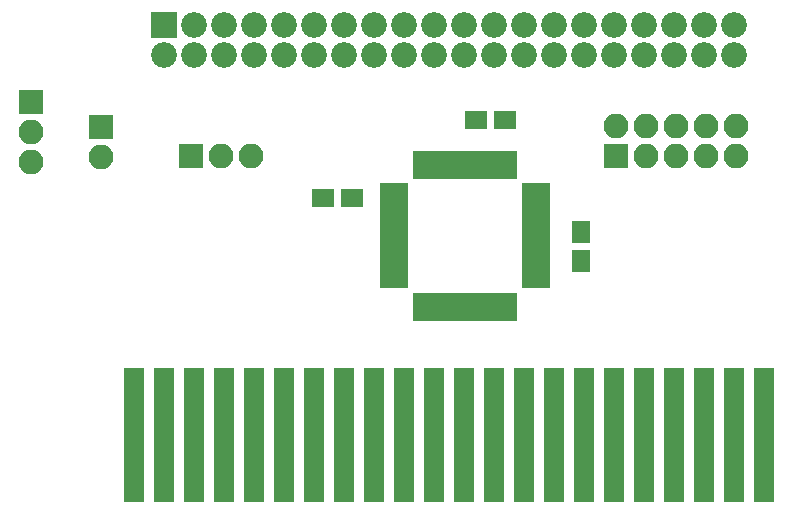
<source format=gts>
G04 #@! TF.FileFunction,Soldermask,Top*
%FSLAX46Y46*%
G04 Gerber Fmt 4.6, Leading zero omitted, Abs format (unit mm)*
G04 Created by KiCad (PCBNEW 4.0.6) date Friday, April 21, 2017 'PMt' 03:46:42 PM*
%MOMM*%
%LPD*%
G01*
G04 APERTURE LIST*
%ADD10C,0.100000*%
%ADD11R,1.900000X1.650000*%
%ADD12R,1.650000X1.900000*%
%ADD13R,2.100000X2.100000*%
%ADD14O,2.100000X2.100000*%
%ADD15R,0.900000X2.400000*%
%ADD16R,2.400000X0.900000*%
%ADD17R,2.178000X2.178000*%
%ADD18C,2.178000*%
%ADD19R,1.670000X11.400000*%
G04 APERTURE END LIST*
D10*
D11*
X66790000Y-79880000D03*
X64290000Y-79880000D03*
D12*
X86120000Y-85270000D03*
X86120000Y-82770000D03*
D11*
X77230000Y-73260000D03*
X79730000Y-73260000D03*
D13*
X89110000Y-76330000D03*
D14*
X89110000Y-73790000D03*
X91650000Y-76330000D03*
X91650000Y-73790000D03*
X94190000Y-76330000D03*
X94190000Y-73790000D03*
X96730000Y-76330000D03*
X96730000Y-73790000D03*
X99270000Y-76330000D03*
X99270000Y-73790000D03*
D15*
X72320000Y-89090000D03*
X73120000Y-89090000D03*
X73920000Y-89090000D03*
X74720000Y-89090000D03*
X75520000Y-89090000D03*
X76320000Y-89090000D03*
X77120000Y-89090000D03*
X77920000Y-89090000D03*
X78720000Y-89090000D03*
X79520000Y-89090000D03*
X80320000Y-89090000D03*
D16*
X82320000Y-87090000D03*
X82320000Y-86290000D03*
X82320000Y-85490000D03*
X82320000Y-84690000D03*
X82320000Y-83890000D03*
X82320000Y-83090000D03*
X82320000Y-82290000D03*
X82320000Y-81490000D03*
X82320000Y-80690000D03*
X82320000Y-79890000D03*
X82320000Y-79090000D03*
D15*
X80320000Y-77090000D03*
X79520000Y-77090000D03*
X78720000Y-77090000D03*
X77920000Y-77090000D03*
X77120000Y-77090000D03*
X76320000Y-77090000D03*
X75520000Y-77090000D03*
X74720000Y-77090000D03*
X73920000Y-77090000D03*
X73120000Y-77090000D03*
X72320000Y-77090000D03*
D16*
X70320000Y-79090000D03*
X70320000Y-79890000D03*
X70320000Y-80690000D03*
X70320000Y-81490000D03*
X70320000Y-82290000D03*
X70320000Y-83090000D03*
X70320000Y-83890000D03*
X70320000Y-84690000D03*
X70320000Y-85490000D03*
X70320000Y-86290000D03*
X70320000Y-87090000D03*
D13*
X53090000Y-76330000D03*
D14*
X55630000Y-76330000D03*
X58170000Y-76330000D03*
D17*
X50870000Y-65230000D03*
D18*
X50870000Y-67770000D03*
X53410000Y-65230000D03*
X53410000Y-67770000D03*
X55950000Y-65230000D03*
X55950000Y-67770000D03*
X58490000Y-65230000D03*
X58490000Y-67770000D03*
X61030000Y-65230000D03*
X61030000Y-67770000D03*
X63570000Y-65230000D03*
X63570000Y-67770000D03*
X66110000Y-65230000D03*
X66110000Y-67770000D03*
X68650000Y-65230000D03*
X68650000Y-67770000D03*
X71190000Y-65230000D03*
X71190000Y-67770000D03*
X73730000Y-65230000D03*
X73730000Y-67770000D03*
X76270000Y-65230000D03*
X76270000Y-67770000D03*
X78810000Y-65230000D03*
X78810000Y-67770000D03*
X81350000Y-65230000D03*
X81350000Y-67770000D03*
X83890000Y-65230000D03*
X83890000Y-67770000D03*
X86430000Y-65230000D03*
X86430000Y-67770000D03*
X88970000Y-65230000D03*
X88970000Y-67770000D03*
X91510000Y-65230000D03*
X91510000Y-67770000D03*
X94050000Y-65230000D03*
X94050000Y-67770000D03*
X96590000Y-65230000D03*
X96590000Y-67770000D03*
X99130000Y-65230000D03*
X99130000Y-67770000D03*
D19*
X48330000Y-100000000D03*
X50870000Y-100000000D03*
X53410000Y-100000000D03*
X55950000Y-100000000D03*
X58490000Y-100000000D03*
X61030000Y-100000000D03*
X63570000Y-100000000D03*
X66110000Y-100000000D03*
X68650000Y-100000000D03*
X71190000Y-100000000D03*
X73730000Y-100000000D03*
X76270000Y-100000000D03*
X78810000Y-100000000D03*
X81350000Y-100000000D03*
X83890000Y-100000000D03*
X86430000Y-100000000D03*
X88970000Y-100000000D03*
X91510000Y-100000000D03*
X94050000Y-100000000D03*
X96590000Y-100000000D03*
X99130000Y-100000000D03*
X101670000Y-100000000D03*
D13*
X45550000Y-73920000D03*
D14*
X45550000Y-76460000D03*
D13*
X39610000Y-71800000D03*
D14*
X39610000Y-74340000D03*
X39610000Y-76880000D03*
M02*

</source>
